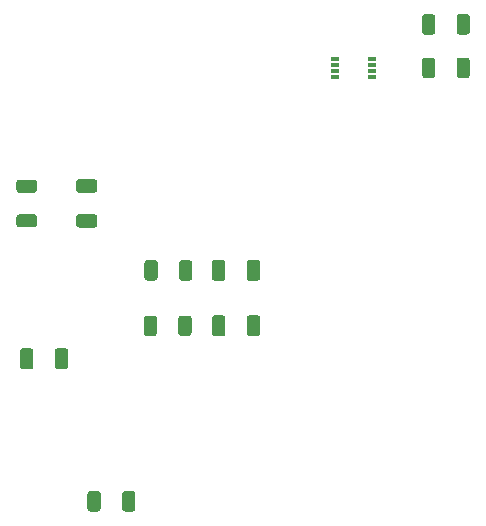
<source format=gbr>
%TF.GenerationSoftware,KiCad,Pcbnew,(5.1.10)-1*%
%TF.CreationDate,2021-08-06T14:13:42-04:00*%
%TF.ProjectId,LED_Pulser,4c45445f-5075-46c7-9365-722e6b696361,rev?*%
%TF.SameCoordinates,Original*%
%TF.FileFunction,Paste,Top*%
%TF.FilePolarity,Positive*%
%FSLAX46Y46*%
G04 Gerber Fmt 4.6, Leading zero omitted, Abs format (unit mm)*
G04 Created by KiCad (PCBNEW (5.1.10)-1) date 2021-08-06 14:13:42*
%MOMM*%
%LPD*%
G01*
G04 APERTURE LIST*
%ADD10R,0.800000X0.300000*%
G04 APERTURE END LIST*
%TO.C,C2*%
G36*
G01*
X181191000Y-111775001D02*
X181191000Y-110474999D01*
G75*
G02*
X181440999Y-110225000I249999J0D01*
G01*
X182091001Y-110225000D01*
G75*
G02*
X182341000Y-110474999I0J-249999D01*
G01*
X182341000Y-111775001D01*
G75*
G02*
X182091001Y-112025000I-249999J0D01*
G01*
X181440999Y-112025000D01*
G75*
G02*
X181191000Y-111775001I0J249999D01*
G01*
G37*
G36*
G01*
X178241000Y-111775001D02*
X178241000Y-110474999D01*
G75*
G02*
X178490999Y-110225000I249999J0D01*
G01*
X179141001Y-110225000D01*
G75*
G02*
X179391000Y-110474999I0J-249999D01*
G01*
X179391000Y-111775001D01*
G75*
G02*
X179141001Y-112025000I-249999J0D01*
G01*
X178490999Y-112025000D01*
G75*
G02*
X178241000Y-111775001I0J249999D01*
G01*
G37*
%TD*%
D10*
%TO.C,U3*%
X191796000Y-94730000D03*
X191796000Y-94230000D03*
X191796000Y-93730000D03*
X191796000Y-93230000D03*
X188696000Y-93230000D03*
X188696000Y-93730000D03*
X188696000Y-94230000D03*
X188696000Y-94730000D03*
%TD*%
%TO.C,R8*%
G36*
G01*
X198958500Y-90922001D02*
X198958500Y-89671999D01*
G75*
G02*
X199208499Y-89422000I249999J0D01*
G01*
X199833501Y-89422000D01*
G75*
G02*
X200083500Y-89671999I0J-249999D01*
G01*
X200083500Y-90922001D01*
G75*
G02*
X199833501Y-91172000I-249999J0D01*
G01*
X199208499Y-91172000D01*
G75*
G02*
X198958500Y-90922001I0J249999D01*
G01*
G37*
G36*
G01*
X196033500Y-90922001D02*
X196033500Y-89671999D01*
G75*
G02*
X196283499Y-89422000I249999J0D01*
G01*
X196908501Y-89422000D01*
G75*
G02*
X197158500Y-89671999I0J-249999D01*
G01*
X197158500Y-90922001D01*
G75*
G02*
X196908501Y-91172000I-249999J0D01*
G01*
X196283499Y-91172000D01*
G75*
G02*
X196033500Y-90922001I0J249999D01*
G01*
G37*
%TD*%
%TO.C,R7*%
G36*
G01*
X198958500Y-94605001D02*
X198958500Y-93354999D01*
G75*
G02*
X199208499Y-93105000I249999J0D01*
G01*
X199833501Y-93105000D01*
G75*
G02*
X200083500Y-93354999I0J-249999D01*
G01*
X200083500Y-94605001D01*
G75*
G02*
X199833501Y-94855000I-249999J0D01*
G01*
X199208499Y-94855000D01*
G75*
G02*
X198958500Y-94605001I0J249999D01*
G01*
G37*
G36*
G01*
X196033500Y-94605001D02*
X196033500Y-93354999D01*
G75*
G02*
X196283499Y-93105000I249999J0D01*
G01*
X196908501Y-93105000D01*
G75*
G02*
X197158500Y-93354999I0J-249999D01*
G01*
X197158500Y-94605001D01*
G75*
G02*
X196908501Y-94855000I-249999J0D01*
G01*
X196283499Y-94855000D01*
G75*
G02*
X196033500Y-94605001I0J249999D01*
G01*
G37*
%TD*%
%TO.C,R6*%
G36*
G01*
X173659500Y-110499999D02*
X173659500Y-111750001D01*
G75*
G02*
X173409501Y-112000000I-249999J0D01*
G01*
X172784499Y-112000000D01*
G75*
G02*
X172534500Y-111750001I0J249999D01*
G01*
X172534500Y-110499999D01*
G75*
G02*
X172784499Y-110250000I249999J0D01*
G01*
X173409501Y-110250000D01*
G75*
G02*
X173659500Y-110499999I0J-249999D01*
G01*
G37*
G36*
G01*
X176584500Y-110499999D02*
X176584500Y-111750001D01*
G75*
G02*
X176334501Y-112000000I-249999J0D01*
G01*
X175709499Y-112000000D01*
G75*
G02*
X175459500Y-111750001I0J249999D01*
G01*
X175459500Y-110499999D01*
G75*
G02*
X175709499Y-110250000I249999J0D01*
G01*
X176334501Y-110250000D01*
G75*
G02*
X176584500Y-110499999I0J-249999D01*
G01*
G37*
%TD*%
%TO.C,R5*%
G36*
G01*
X163185001Y-104571500D02*
X161934999Y-104571500D01*
G75*
G02*
X161685000Y-104321501I0J249999D01*
G01*
X161685000Y-103696499D01*
G75*
G02*
X161934999Y-103446500I249999J0D01*
G01*
X163185001Y-103446500D01*
G75*
G02*
X163435000Y-103696499I0J-249999D01*
G01*
X163435000Y-104321501D01*
G75*
G02*
X163185001Y-104571500I-249999J0D01*
G01*
G37*
G36*
G01*
X163185001Y-107496500D02*
X161934999Y-107496500D01*
G75*
G02*
X161685000Y-107246501I0J249999D01*
G01*
X161685000Y-106621499D01*
G75*
G02*
X161934999Y-106371500I249999J0D01*
G01*
X163185001Y-106371500D01*
G75*
G02*
X163435000Y-106621499I0J-249999D01*
G01*
X163435000Y-107246501D01*
G75*
G02*
X163185001Y-107496500I-249999J0D01*
G01*
G37*
%TD*%
%TO.C,R4*%
G36*
G01*
X170637500Y-131308001D02*
X170637500Y-130057999D01*
G75*
G02*
X170887499Y-129808000I249999J0D01*
G01*
X171512501Y-129808000D01*
G75*
G02*
X171762500Y-130057999I0J-249999D01*
G01*
X171762500Y-131308001D01*
G75*
G02*
X171512501Y-131558000I-249999J0D01*
G01*
X170887499Y-131558000D01*
G75*
G02*
X170637500Y-131308001I0J249999D01*
G01*
G37*
G36*
G01*
X167712500Y-131308001D02*
X167712500Y-130057999D01*
G75*
G02*
X167962499Y-129808000I249999J0D01*
G01*
X168587501Y-129808000D01*
G75*
G02*
X168837500Y-130057999I0J-249999D01*
G01*
X168837500Y-131308001D01*
G75*
G02*
X168587501Y-131558000I-249999J0D01*
G01*
X167962499Y-131558000D01*
G75*
G02*
X167712500Y-131308001I0J249999D01*
G01*
G37*
%TD*%
%TO.C,R3*%
G36*
G01*
X175398000Y-116449001D02*
X175398000Y-115198999D01*
G75*
G02*
X175647999Y-114949000I249999J0D01*
G01*
X176273001Y-114949000D01*
G75*
G02*
X176523000Y-115198999I0J-249999D01*
G01*
X176523000Y-116449001D01*
G75*
G02*
X176273001Y-116699000I-249999J0D01*
G01*
X175647999Y-116699000D01*
G75*
G02*
X175398000Y-116449001I0J249999D01*
G01*
G37*
G36*
G01*
X172473000Y-116449001D02*
X172473000Y-115198999D01*
G75*
G02*
X172722999Y-114949000I249999J0D01*
G01*
X173348001Y-114949000D01*
G75*
G02*
X173598000Y-115198999I0J-249999D01*
G01*
X173598000Y-116449001D01*
G75*
G02*
X173348001Y-116699000I-249999J0D01*
G01*
X172722999Y-116699000D01*
G75*
G02*
X172473000Y-116449001I0J249999D01*
G01*
G37*
%TD*%
%TO.C,C4*%
G36*
G01*
X166989999Y-106359000D02*
X168290001Y-106359000D01*
G75*
G02*
X168540000Y-106608999I0J-249999D01*
G01*
X168540000Y-107259001D01*
G75*
G02*
X168290001Y-107509000I-249999J0D01*
G01*
X166989999Y-107509000D01*
G75*
G02*
X166740000Y-107259001I0J249999D01*
G01*
X166740000Y-106608999D01*
G75*
G02*
X166989999Y-106359000I249999J0D01*
G01*
G37*
G36*
G01*
X166989999Y-103409000D02*
X168290001Y-103409000D01*
G75*
G02*
X168540000Y-103658999I0J-249999D01*
G01*
X168540000Y-104309001D01*
G75*
G02*
X168290001Y-104559000I-249999J0D01*
G01*
X166989999Y-104559000D01*
G75*
G02*
X166740000Y-104309001I0J249999D01*
G01*
X166740000Y-103658999D01*
G75*
G02*
X166989999Y-103409000I249999J0D01*
G01*
G37*
%TD*%
%TO.C,C3*%
G36*
G01*
X163135000Y-117967999D02*
X163135000Y-119268001D01*
G75*
G02*
X162885001Y-119518000I-249999J0D01*
G01*
X162234999Y-119518000D01*
G75*
G02*
X161985000Y-119268001I0J249999D01*
G01*
X161985000Y-117967999D01*
G75*
G02*
X162234999Y-117718000I249999J0D01*
G01*
X162885001Y-117718000D01*
G75*
G02*
X163135000Y-117967999I0J-249999D01*
G01*
G37*
G36*
G01*
X166085000Y-117967999D02*
X166085000Y-119268001D01*
G75*
G02*
X165835001Y-119518000I-249999J0D01*
G01*
X165184999Y-119518000D01*
G75*
G02*
X164935000Y-119268001I0J249999D01*
G01*
X164935000Y-117967999D01*
G75*
G02*
X165184999Y-117718000I249999J0D01*
G01*
X165835001Y-117718000D01*
G75*
G02*
X166085000Y-117967999I0J-249999D01*
G01*
G37*
%TD*%
%TO.C,C1*%
G36*
G01*
X181191000Y-116474001D02*
X181191000Y-115173999D01*
G75*
G02*
X181440999Y-114924000I249999J0D01*
G01*
X182091001Y-114924000D01*
G75*
G02*
X182341000Y-115173999I0J-249999D01*
G01*
X182341000Y-116474001D01*
G75*
G02*
X182091001Y-116724000I-249999J0D01*
G01*
X181440999Y-116724000D01*
G75*
G02*
X181191000Y-116474001I0J249999D01*
G01*
G37*
G36*
G01*
X178241000Y-116474001D02*
X178241000Y-115173999D01*
G75*
G02*
X178490999Y-114924000I249999J0D01*
G01*
X179141001Y-114924000D01*
G75*
G02*
X179391000Y-115173999I0J-249999D01*
G01*
X179391000Y-116474001D01*
G75*
G02*
X179141001Y-116724000I-249999J0D01*
G01*
X178490999Y-116724000D01*
G75*
G02*
X178241000Y-116474001I0J249999D01*
G01*
G37*
%TD*%
M02*

</source>
